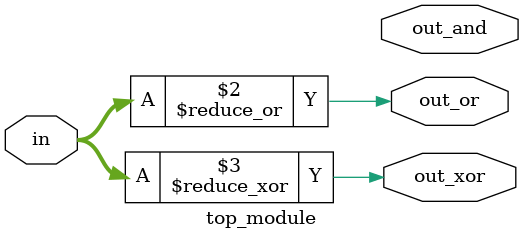
<source format=v>
module top_module( 
    input [3:0] in,
    output out_and,
    output out_or,
    output out_xor
);
  assign output_and = &in;
  assign out_or = |in;
  assign out_xor = ^in;
endmodule

</source>
